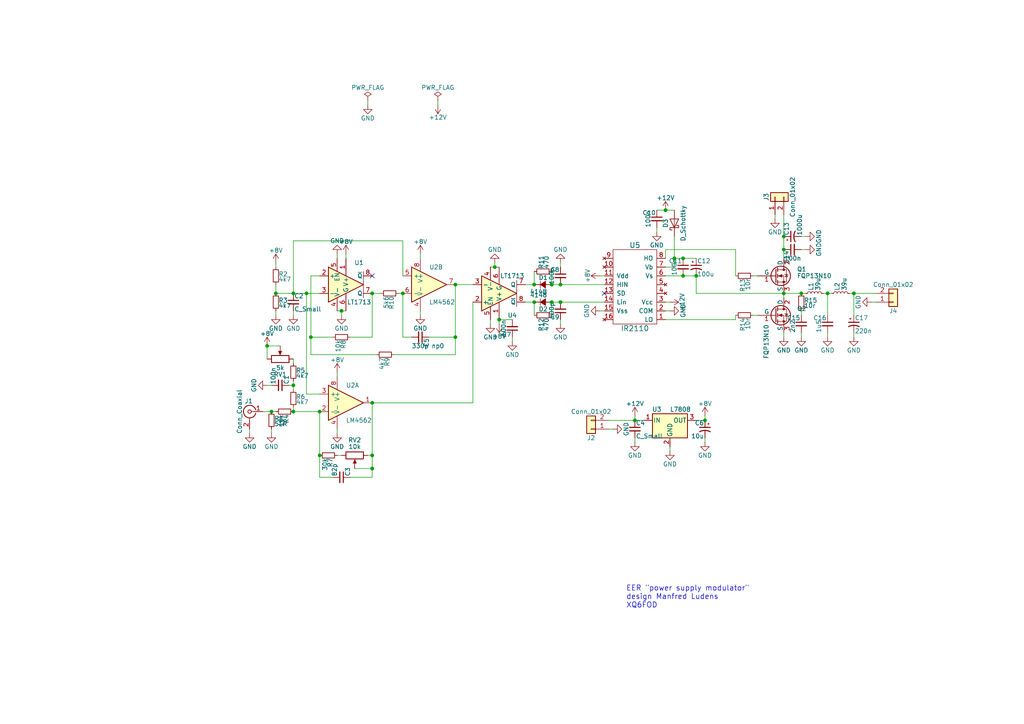
<source format=kicad_sch>
(kicad_sch (version 20230121) (generator eeschema)
  (paper "A4")
  (lib_symbols
    (symbol "EER-rescue:+12V" (power) (pin_names (offset 0))
      (property "Value" "+12V" (at 0 3.556 0))
      (symbol "+12V_0_1"
        (polyline (pts (xy -0.762 1.27) (xy 0 2.54)))
        (polyline (pts (xy 0 0) (xy 0 2.54)))
        (polyline (pts (xy 0 2.54) (xy 0.762 1.27)))
      )
      (symbol "+12V_1_1"
        (pin power_in line (at 0 0 90) (length 0) hide (name "+12V") (number "1"))
      )
    )
    (symbol "EER-rescue:+8V" (power) (pin_names (offset 0))
      (property "Value" "+8V" (at 0 3.556 0))
      (symbol "+8V_0_1"
        (polyline (pts (xy -0.762 1.27) (xy 0 2.54)))
        (polyline (pts (xy 0 0) (xy 0 2.54)))
        (polyline (pts (xy 0 2.54) (xy 0.762 1.27)))
      )
      (symbol "+8V_1_1"
        (pin power_in line (at 0 0 90) (length 0) hide (name "+8V") (number "1"))
      )
    )
    (symbol "EER-rescue:CP1_Small" (pin_numbers hide) (pin_names (offset 0.254) hide)
      (property "Reference" "C" (at 0.254 1.778 0))
      (property "Value" "CP1_Small" (at 0.254 -2.032 0))
      (symbol "CP1_Small_0_1"
        (polyline (pts (xy -1.524 0.508) (xy 1.524 0.508)) (stroke (width 0.3048)))
        (polyline (pts (xy -1.27 1.524) (xy -0.762 1.524)))
        (polyline (pts (xy -1.016 1.27) (xy -1.016 1.778)))
        (arc (start 1.524 -0.762) (mid 0 -0.3734) (end -1.524 -0.762) (stroke (width 0.3048)))
      )
      (symbol "CP1_Small_1_1"
        (pin passive line (at 0 2.54 270) (length 2.032) (name "~") (number "1"))
        (pin passive line (at 0 -2.54 90) (length 2.032) (name "~") (number "2"))
      )
    )
    (symbol "EER-rescue:C_Small" (pin_numbers hide) (pin_names (offset 0.254) hide)
      (property "Reference" "C" (at 0.254 1.778 0))
      (property "Value" "C_Small" (at 0.254 -2.032 0))
      (symbol "C_Small_0_1"
        (polyline (pts (xy -1.524 -0.508) (xy 1.524 -0.508)) (stroke (width 0.3302)))
        (polyline (pts (xy -1.524 0.508) (xy 1.524 0.508)) (stroke (width 0.3048)))
      )
      (symbol "C_Small_1_1"
        (pin passive line (at 0 2.54 270) (length 2.032) (name "~") (number "1"))
        (pin passive line (at 0 -2.54 90) (length 2.032) (name "~") (number "2"))
      )
    )
    (symbol "EER-rescue:Conn_01x02" (pin_names (offset 1.016) hide)
      (property "Reference" "J" (at 0 2.54 0))
      (property "Value" "Conn_01x02" (at 0 -5.08 0))
      (symbol "Conn_01x02_1_1"
        (rectangle (start -1.27 -2.413) (end 0 -2.667) (stroke (width 0.1524)))
        (rectangle (start -1.27 0.127) (end 0 -0.127) (stroke (width 0.1524)))
        (rectangle (start -1.27 1.27) (end 1.27 -3.81) (stroke (width 0.254)) (fill (type background)))
        (pin passive line (at -5.08 0 0) (length 3.81) (name "Pin_1") (number "1"))
        (pin passive line (at -5.08 -2.54 0) (length 3.81) (name "Pin_2") (number "2"))
      )
    )
    (symbol "EER-rescue:Conn_Coaxial" (pin_names (offset 1.016) hide)
      (property "Reference" "J" (at 0.254 3.048 0))
      (property "Value" "Conn_Coaxial" (at 2.921 0 90))
      (symbol "Conn_Coaxial_0_1"
        (arc (start -1.778 -0.508) (mid 0.2311 -1.8066) (end 1.778 0) (stroke (width 0.254)))
        (polyline (pts (xy -1.27 0) (xy -0.508 0)))
        (polyline (pts (xy 0 -2.54) (xy 0 -1.778)))
        (circle (center 0 0) (radius 0.508) (stroke (width 0.2032)))
        (arc (start 1.778 0) (mid 0.2099 1.8101) (end -1.778 0.508) (stroke (width 0.254)))
      )
      (symbol "Conn_Coaxial_1_1"
        (pin passive line (at -3.81 0 0) (length 2.54) (name "In") (number "1"))
        (pin passive line (at 0 -5.08 90) (length 2.54) (name "Ext") (number "2"))
      )
    )
    (symbol "EER-rescue:D_Schottky" (pin_numbers hide) (pin_names (offset 1.016) hide)
      (property "Reference" "D" (at 0 2.54 0))
      (property "Value" "D_Schottky" (at 0 -2.54 0))
      (symbol "D_Schottky_0_1"
        (polyline (pts (xy 1.27 0) (xy -1.27 0)))
        (polyline (pts (xy 1.27 1.27) (xy 1.27 -1.27) (xy -1.27 0) (xy 1.27 1.27)) (stroke (width 0.2032)))
        (polyline (pts (xy -1.905 0.635) (xy -1.905 1.27) (xy -1.27 1.27) (xy -1.27 -1.27) (xy -0.635 -1.27) (xy -0.635 -0.635)) (stroke (width 0.2032)))
      )
      (symbol "D_Schottky_1_1"
        (pin passive line (at -3.81 0 0) (length 2.54) (name "K") (number "1"))
        (pin passive line (at 3.81 0 180) (length 2.54) (name "A") (number "2"))
      )
    )
    (symbol "EER-rescue:D_Small_ALT" (pin_numbers hide) (pin_names (offset 0.254) hide)
      (property "Reference" "D" (at -1.27 2.032 0))
      (property "Value" "D_Small_ALT" (at -3.81 -2.032 0))
      (symbol "D_Small_ALT_0_1"
        (polyline (pts (xy -0.762 -1.016) (xy -0.762 1.016)))
        (polyline (pts (xy -0.762 0) (xy 0.762 0)))
        (polyline (pts (xy 0.762 -1.016) (xy -0.762 0) (xy 0.762 1.016) (xy 0.762 -1.016)) (fill (type outline)))
      )
      (symbol "D_Small_ALT_1_1"
        (pin passive line (at -2.54 0 0) (length 1.778) (name "K") (number "1"))
        (pin passive line (at 2.54 0 180) (length 1.778) (name "A") (number "2"))
      )
    )
    (symbol "EER-rescue:GND" (power) (pin_names (offset 0))
      (property "Value" "GND" (at 0 -3.81 0))
      (symbol "GND_0_1"
        (polyline (pts (xy 0 0) (xy 0 -1.27) (xy 1.27 -1.27) (xy 0 -2.54) (xy -1.27 -1.27) (xy 0 -1.27)))
      )
      (symbol "GND_1_1"
        (pin power_in line (at 0 0 270) (length 0) hide (name "GND") (number "1"))
      )
    )
    (symbol "EER-rescue:IR2110" (pin_names (offset 1.016))
      (property "Reference" "U" (at 0 -13.97 0))
      (property "Value" "IR2110" (at 0 10.16 0))
      (symbol "IR2110_0_1"
        (rectangle (start -6.35 8.89) (end 6.35 -12.7))
      )
      (symbol "IR2110_1_0"
        (pin output line (at -8.89 7.62 0) (length 2.54) (name "LO") (number "1"))
        (pin no_connect line (at 8.89 -7.62 180) (length 2.54) (name "~") (number "10"))
        (pin input line (at 8.89 -5.08 180) (length 2.54) (name "Vdd") (number "11"))
        (pin input line (at 8.89 -2.54 180) (length 2.54) (name "HIN") (number "12"))
        (pin input line (at 8.89 0 180) (length 2.54) (name "SD") (number "13"))
        (pin input line (at 8.89 2.54 180) (length 2.54) (name "Lin") (number "14"))
        (pin power_in line (at 8.89 5.08 180) (length 2.54) (name "Vss") (number "15"))
        (pin no_connect line (at 8.89 7.62 180) (length 2.54) (name "~") (number "16"))
        (pin power_in line (at -8.89 5.08 0) (length 2.54) (name "COM") (number "2"))
        (pin power_in line (at -8.89 2.54 0) (length 2.54) (name "Vcc") (number "3"))
        (pin no_connect line (at -8.89 0 0) (length 2.54) (name "~") (number "4"))
        (pin no_connect line (at -8.89 -2.54 0) (length 2.54) (name "~") (number "5"))
        (pin output line (at -8.89 -5.08 0) (length 2.54) (name "Vs") (number "6"))
        (pin output line (at -8.89 -7.62 0) (length 2.54) (name "Vb") (number "7"))
        (pin output line (at -8.89 -10.16 0) (length 2.54) (name "HO") (number "8"))
        (pin no_connect line (at 8.89 -10.16 180) (length 2.54) (name "~") (number "9"))
      )
    )
    (symbol "EER-rescue:IRF540N" (pin_names (offset 0))
      (property "Reference" "Q" (at 6.35 1.905 0))
      (property "Value" "IRF540N" (at 6.35 0 0))
      (symbol "IRF540N_0_1"
        (polyline (pts (xy 0.762 -1.778) (xy 2.54 -1.778)))
        (polyline (pts (xy 0.762 -1.27) (xy 0.762 -2.286)) (stroke (width 0.254)))
        (polyline (pts (xy 0.762 0) (xy 2.54 0)))
        (polyline (pts (xy 0.762 0.508) (xy 0.762 -0.508)) (stroke (width 0.254)))
        (polyline (pts (xy 0.762 1.778) (xy 2.54 1.778)))
        (polyline (pts (xy 0.762 2.286) (xy 0.762 1.27)) (stroke (width 0.254)))
        (polyline (pts (xy 2.54 -1.778) (xy 2.54 -2.54)))
        (polyline (pts (xy 2.54 -1.778) (xy 2.54 0)))
        (polyline (pts (xy 2.54 2.54) (xy 2.54 1.778)))
        (polyline (pts (xy 0.254 1.905) (xy 0.254 -1.905) (xy 0.254 -1.905)) (stroke (width 0.254)))
        (polyline (pts (xy 1.016 0) (xy 2.032 0.381) (xy 2.032 -0.381) (xy 1.016 0)) (fill (type outline)))
        (polyline (pts (xy 2.54 -1.778) (xy 3.302 -1.778) (xy 3.302 1.778) (xy 2.54 1.778)))
        (polyline (pts (xy 2.794 0.508) (xy 2.921 0.381) (xy 3.683 0.381) (xy 3.81 0.254)))
        (polyline (pts (xy 3.302 0.381) (xy 2.921 -0.254) (xy 3.683 -0.254) (xy 3.302 0.381)))
        (circle (center 1.651 0) (radius 2.8194) (stroke (width 0.254)))
        (circle (center 2.54 -1.778) (radius 0.2794) (fill (type outline)))
        (circle (center 2.54 1.778) (radius 0.2794) (fill (type outline)))
      )
      (symbol "IRF540N_1_1"
        (pin input line (at -5.08 0 0) (length 5.334) (name "G") (number "1"))
        (pin passive line (at 2.54 5.08 270) (length 2.54) (name "D") (number "2"))
        (pin passive line (at 2.54 -5.08 90) (length 2.54) (name "S") (number "3"))
      )
    )
    (symbol "EER-rescue:L7808" (pin_names (offset 0.254))
      (property "Reference" "U" (at -3.81 3.175 0))
      (property "Value" "L7808" (at 0 3.175 0))
      (symbol "L7808_0_1"
        (rectangle (start -5.08 1.905) (end 5.08 -5.08) (stroke (width 0.254)) (fill (type background)))
      )
      (symbol "L7808_1_1"
        (pin power_in line (at -7.62 0 0) (length 2.54) (name "IN") (number "1"))
        (pin power_in line (at 0 -7.62 90) (length 2.54) (name "GND") (number "2"))
        (pin power_out line (at 7.62 0 180) (length 2.54) (name "OUT") (number "3"))
      )
    )
    (symbol "EER-rescue:LM4562"
      (property "Reference" "U" (at 0 5.08 0))
      (property "Value" "LM4562" (at 0 -5.08 0))
      (symbol "LM4562_0_1"
        (polyline (pts (xy -5.08 5.08) (xy 5.08 0) (xy -5.08 -5.08) (xy -5.08 5.08)) (stroke (width 0.254)) (fill (type background)))
        (pin power_in line (at -2.54 -7.62 90) (length 3.81) (name "V-") (number "4"))
        (pin power_in line (at -2.54 7.62 270) (length 3.81) (name "V+") (number "8"))
      )
      (symbol "LM4562_1_1"
        (pin output line (at 7.62 0 180) (length 2.54) (name "~") (number "1"))
        (pin input line (at -7.62 -2.54 0) (length 2.54) (name "-") (number "2"))
        (pin input line (at -7.62 2.54 0) (length 2.54) (name "+") (number "3"))
      )
      (symbol "LM4562_2_1"
        (pin input line (at -7.62 2.54 0) (length 2.54) (name "+") (number "5"))
        (pin input line (at -7.62 -2.54 0) (length 2.54) (name "-") (number "6"))
        (pin output line (at 7.62 0 180) (length 2.54) (name "~") (number "7"))
      )
    )
    (symbol "EER-rescue:LT1713" (pin_names (offset 0.254))
      (property "Reference" "U" (at 3.81 6.35 0))
      (property "Value" "LT1713" (at 3.81 -5.08 0))
      (symbol "LT1713_0_1"
        (polyline (pts (xy 5.08 3.81) (xy 5.08 -3.81)))
        (polyline (pts (xy -5.08 5.08) (xy 5.08 0) (xy -5.08 -5.08) (xy -5.08 5.08)) (stroke (width 0.254)) (fill (type background)))
      )
      (symbol "LT1713_1_0"
        (pin input line (at -7.62 -2.54 0) (length 2.54) (name "-") (number "3"))
      )
      (symbol "LT1713_1_1"
        (pin power_in line (at 0 7.62 270) (length 5.08) (name "V+") (number "1"))
        (pin input line (at -7.62 2.54 0) (length 2.54) (name "+") (number "2"))
        (pin power_in line (at -2.54 -7.62 90) (length 3.81) (name "V-") (number "4"))
        (pin input line (at -2.54 7.62 270) (length 3.81) (name "EN") (number "5"))
        (pin power_in line (at 0 -7.62 90) (length 5.08) (name "G") (number "6"))
        (pin output line (at 7.62 -2.54 180) (length 2.54) (name "Q") (number "7"))
        (pin output line (at 7.62 2.54 180) (length 2.54) (name "~{Q}") (number "8"))
      )
    )
    (symbol "EER-rescue:L_Small" (pin_numbers hide) (pin_names (offset 0.254) hide)
      (property "Reference" "L" (at 0.762 1.016 0))
      (property "Value" "L_Small" (at 0.762 -1.016 0))
      (symbol "L_Small_0_1"
        (arc (start 0 -2.032) (mid 0.5058 -1.524) (end 0 -1.016))
        (arc (start 0 -1.016) (mid 0.5058 -0.508) (end 0 0))
        (arc (start 0 0) (mid 0.5058 0.508) (end 0 1.016))
        (arc (start 0 1.016) (mid 0.5058 1.524) (end 0 2.032))
      )
      (symbol "L_Small_1_1"
        (pin passive line (at 0 2.54 270) (length 0.508) (name "~") (number "1"))
        (pin passive line (at 0 -2.54 90) (length 0.508) (name "~") (number "2"))
      )
    )
    (symbol "EER-rescue:POT" (pin_numbers hide) (pin_names (offset 1.016) hide)
      (property "Reference" "RV" (at -4.445 0 90))
      (property "Value" "POT" (at -2.54 0 90))
      (symbol "POT_0_1"
        (polyline (pts (xy 2.54 0) (xy 1.524 0)))
        (polyline (pts (xy 1.143 0) (xy 2.286 0.508) (xy 2.286 -0.508)) (fill (type outline)))
        (rectangle (start 1.016 2.54) (end -1.016 -2.54) (stroke (width 0.254)))
      )
      (symbol "POT_1_1"
        (pin passive line (at 0 3.81 270) (length 1.27) (name "1") (number "1"))
        (pin passive line (at 3.81 0 180) (length 1.27) (name "2") (number "2"))
        (pin passive line (at 0 -3.81 90) (length 1.27) (name "3") (number "3"))
      )
    )
    (symbol "EER-rescue:PWR_FLAG" (power) (pin_numbers hide) (pin_names (offset 0) hide)
      (property "Value" "PWR_FLAG" (at 0 3.81 0))
      (symbol "PWR_FLAG_0_0"
        (pin power_out line (at 0 0 90) (length 0) (name "pwr") (number "1"))
      )
      (symbol "PWR_FLAG_0_1"
        (polyline (pts (xy 0 0) (xy 0 1.27) (xy -1.016 1.905) (xy 0 2.54) (xy 1.016 1.905) (xy 0 1.27)))
      )
    )
    (symbol "EER-rescue:R_Small" (pin_numbers hide) (pin_names (offset 0.254) hide)
      (property "Reference" "R" (at 0.762 0.508 0))
      (property "Value" "R_Small" (at 0.762 -1.016 0))
      (symbol "R_Small_0_1"
        (rectangle (start -0.762 1.778) (end 0.762 -1.778) (stroke (width 0.2032)))
      )
      (symbol "R_Small_1_1"
        (pin passive line (at 0 2.54 270) (length 0.762) (name "~") (number "1"))
        (pin passive line (at 0 -2.54 90) (length 0.762) (name "~") (number "2"))
      )
    )
  )
  (junction (at 88.9 85.09))
  (junction (at 92.71 119.38))
  (junction (at 144.78 92.71))
  (junction (at 162.56 82.55))
  (junction (at 132.08 82.55))
  (junction (at 107.95 135.89))
  (junction (at 198.12 74.93))
  (junction (at 80.01 85.09))
  (junction (at 160.02 87.63))
  (junction (at 107.95 132.08))
  (junction (at 184.15 121.92))
  (junction (at 198.12 80.01))
  (junction (at 201.93 80.01))
  (junction (at 132.08 97.79))
  (junction (at 227.33 85.09))
  (junction (at 227.33 72.39))
  (junction (at 90.17 97.79))
  (junction (at 162.56 87.63))
  (junction (at 154.94 82.55))
  (junction (at 143.51 77.47))
  (junction (at 78.74 119.38))
  (junction (at 116.84 85.09))
  (junction (at 85.09 111.76))
  (junction (at 92.71 132.08))
  (junction (at 85.09 85.09))
  (junction (at 85.09 119.38))
  (junction (at 107.95 116.84))
  (junction (at 77.47 100.33))
  (junction (at 160.02 82.55))
  (junction (at 154.94 87.63))
  (junction (at 99.06 90.17))
  (junction (at 232.41 85.09))
  (junction (at 193.04 60.96))
  (junction (at 204.47 121.92))
  (junction (at 227.33 68.58))
  (junction (at 247.65 85.09))
  (junction (at 240.03 85.09))
  (junction (at 195.58 74.93))
  (junction (at 107.95 85.09))
  (no_connect (at 107.95 80.01))
  (no_connect (at 175.26 85.09))
  (wire (pts (xy 102.87 135.89) (xy 107.95 135.89)))
  (wire (pts (xy 227.33 96.52) (xy 227.33 97.79)))
  (wire (pts (xy 154.94 87.63) (xy 152.4 87.63)))
  (wire (pts (xy 162.56 82.55) (xy 175.26 82.55)))
  (wire (pts (xy 85.09 118.11) (xy 85.09 119.38)))
  (wire (pts (xy 190.5 60.96) (xy 193.04 60.96)))
  (wire (pts (xy 88.9 114.3) (xy 92.71 114.3)))
  (wire (pts (xy 195.58 74.93) (xy 195.58 77.47)))
  (wire (pts (xy 132.08 97.79) (xy 124.46 97.79)))
  (wire (pts (xy 240.03 85.09) (xy 240.03 91.44)))
  (wire (pts (xy 132.08 82.55) (xy 132.08 97.79)))
  (wire (pts (xy 201.93 121.92) (xy 204.47 121.92)))
  (wire (pts (xy 88.9 85.09) (xy 88.9 114.3)))
  (wire (pts (xy 176.53 121.92) (xy 184.15 121.92)))
  (wire (pts (xy 143.51 76.2) (xy 143.51 77.47)))
  (wire (pts (xy 77.47 100.33) (xy 77.47 104.14)))
  (wire (pts (xy 127 29.21) (xy 127 30.48)))
  (wire (pts (xy 184.15 121.92) (xy 184.15 120.65)))
  (wire (pts (xy 194.31 87.63) (xy 193.04 87.63)))
  (wire (pts (xy 190.5 66.04) (xy 190.5 67.31)))
  (wire (pts (xy 119.38 97.79) (xy 116.84 97.79)))
  (wire (pts (xy 232.41 68.58) (xy 233.68 68.58)))
  (wire (pts (xy 218.44 91.44) (xy 219.71 91.44)))
  (wire (pts (xy 92.71 132.08) (xy 92.71 138.43)))
  (wire (pts (xy 80.01 85.09) (xy 85.09 85.09)))
  (wire (pts (xy 144.78 92.71) (xy 144.78 93.98)))
  (wire (pts (xy 132.08 97.79) (xy 132.08 102.87)))
  (wire (pts (xy 80.01 85.09) (xy 80.01 82.55)))
  (wire (pts (xy 106.68 29.21) (xy 106.68 30.48)))
  (wire (pts (xy 85.09 119.38) (xy 92.71 119.38)))
  (wire (pts (xy 247.65 96.52) (xy 247.65 97.79)))
  (wire (pts (xy 246.38 85.09) (xy 247.65 85.09)))
  (wire (pts (xy 85.09 105.41) (xy 85.09 104.14)))
  (wire (pts (xy 137.16 116.84) (xy 107.95 116.84)))
  (wire (pts (xy 232.41 72.39) (xy 233.68 72.39)))
  (wire (pts (xy 97.79 107.95) (xy 97.79 109.22)))
  (wire (pts (xy 97.79 124.46) (xy 97.79 125.73)))
  (wire (pts (xy 227.33 62.23) (xy 227.33 68.58)))
  (wire (pts (xy 232.41 96.52) (xy 232.41 97.79)))
  (wire (pts (xy 99.06 132.08) (xy 97.79 132.08)))
  (wire (pts (xy 240.03 96.52) (xy 240.03 97.79)))
  (wire (pts (xy 184.15 121.92) (xy 186.69 121.92)))
  (wire (pts (xy 254 87.63) (xy 252.73 87.63)))
  (wire (pts (xy 227.33 85.09) (xy 232.41 85.09)))
  (wire (pts (xy 232.41 85.09) (xy 233.68 85.09)))
  (wire (pts (xy 116.84 97.79) (xy 116.84 85.09)))
  (wire (pts (xy 76.2 119.38) (xy 78.74 119.38)))
  (wire (pts (xy 92.71 138.43) (xy 96.52 138.43)))
  (wire (pts (xy 224.79 62.23) (xy 224.79 63.5)))
  (wire (pts (xy 204.47 127) (xy 204.47 128.27)))
  (wire (pts (xy 193.04 74.93) (xy 193.04 72.39)))
  (wire (pts (xy 247.65 85.09) (xy 254 85.09)))
  (wire (pts (xy 160.02 87.63) (xy 162.56 87.63)))
  (wire (pts (xy 107.95 85.09) (xy 110.49 85.09)))
  (wire (pts (xy 154.94 82.55) (xy 152.4 82.55)))
  (wire (pts (xy 78.74 119.38) (xy 80.01 119.38)))
  (wire (pts (xy 97.79 73.66) (xy 97.79 74.93)))
  (wire (pts (xy 162.56 87.63) (xy 175.26 87.63)))
  (wire (pts (xy 81.28 100.33) (xy 77.47 100.33)))
  (wire (pts (xy 238.76 85.09) (xy 240.03 85.09)))
  (wire (pts (xy 92.71 80.01) (xy 90.17 80.01)))
  (wire (pts (xy 85.09 85.09) (xy 88.9 85.09)))
  (wire (pts (xy 72.39 124.46) (xy 72.39 125.73)))
  (wire (pts (xy 80.01 77.47) (xy 80.01 76.2)))
  (wire (pts (xy 160.02 78.74) (xy 160.02 82.55)))
  (wire (pts (xy 107.95 135.89) (xy 107.95 138.43)))
  (wire (pts (xy 195.58 77.47) (xy 193.04 77.47)))
  (wire (pts (xy 154.94 78.74) (xy 154.94 82.55)))
  (wire (pts (xy 90.17 97.79) (xy 96.52 97.79)))
  (wire (pts (xy 78.74 124.46) (xy 78.74 125.73)))
  (wire (pts (xy 137.16 82.55) (xy 132.08 82.55)))
  (wire (pts (xy 88.9 85.09) (xy 92.71 85.09)))
  (wire (pts (xy 116.84 80.01) (xy 116.84 69.85)))
  (wire (pts (xy 184.15 127) (xy 184.15 128.27)))
  (wire (pts (xy 193.04 72.39) (xy 213.36 72.39)))
  (wire (pts (xy 204.47 121.92) (xy 204.47 120.65)))
  (wire (pts (xy 162.56 77.47) (xy 162.56 76.2)))
  (wire (pts (xy 137.16 87.63) (xy 137.16 116.84)))
  (wire (pts (xy 198.12 80.01) (xy 201.93 80.01)))
  (wire (pts (xy 116.84 69.85) (xy 85.09 69.85)))
  (wire (pts (xy 227.33 85.09) (xy 227.33 86.36)))
  (wire (pts (xy 116.84 85.09) (xy 115.57 85.09)))
  (wire (pts (xy 227.33 72.39) (xy 227.33 74.93)))
  (wire (pts (xy 85.09 113.03) (xy 85.09 111.76)))
  (wire (pts (xy 99.06 90.17) (xy 100.33 90.17)))
  (wire (pts (xy 80.01 90.17) (xy 80.01 91.44)))
  (wire (pts (xy 85.09 69.85) (xy 85.09 85.09)))
  (wire (pts (xy 144.78 77.47) (xy 143.51 77.47)))
  (wire (pts (xy 92.71 119.38) (xy 92.71 132.08)))
  (wire (pts (xy 232.41 90.17) (xy 232.41 91.44)))
  (wire (pts (xy 218.44 80.01) (xy 219.71 80.01)))
  (wire (pts (xy 201.93 80.01) (xy 201.93 85.09)))
  (wire (pts (xy 176.53 124.46) (xy 177.8 124.46)))
  (wire (pts (xy 121.92 90.17) (xy 121.92 91.44)))
  (wire (pts (xy 193.04 60.96) (xy 195.58 60.96)))
  (wire (pts (xy 78.74 111.76) (xy 77.47 111.76)))
  (wire (pts (xy 193.04 90.17) (xy 194.31 90.17)))
  (wire (pts (xy 194.31 129.54) (xy 194.31 130.81)))
  (wire (pts (xy 132.08 102.87) (xy 114.3 102.87)))
  (wire (pts (xy 213.36 72.39) (xy 213.36 80.01)))
  (wire (pts (xy 175.26 80.01) (xy 173.99 80.01)))
  (wire (pts (xy 160.02 82.55) (xy 162.56 82.55)))
  (wire (pts (xy 90.17 80.01) (xy 90.17 97.79)))
  (wire (pts (xy 227.33 68.58) (xy 227.33 72.39)))
  (wire (pts (xy 247.65 85.09) (xy 247.65 91.44)))
  (wire (pts (xy 97.79 90.17) (xy 99.06 90.17)))
  (wire (pts (xy 162.56 92.71) (xy 162.56 93.98)))
  (wire (pts (xy 107.95 116.84) (xy 107.95 132.08)))
  (wire (pts (xy 198.12 74.93) (xy 201.93 74.93)))
  (wire (pts (xy 107.95 138.43) (xy 101.6 138.43)))
  (wire (pts (xy 240.03 85.09) (xy 241.3 85.09)))
  (wire (pts (xy 213.36 92.71) (xy 193.04 92.71)))
  (wire (pts (xy 148.59 97.79) (xy 148.59 99.06)))
  (wire (pts (xy 160.02 91.44) (xy 160.02 87.63)))
  (wire (pts (xy 154.94 91.44) (xy 154.94 87.63)))
  (wire (pts (xy 201.93 85.09) (xy 227.33 85.09)))
  (wire (pts (xy 173.99 90.17) (xy 175.26 90.17)))
  (wire (pts (xy 142.24 92.71) (xy 142.24 93.98)))
  (wire (pts (xy 100.33 73.66) (xy 100.33 74.93)))
  (wire (pts (xy 144.78 92.71) (xy 148.59 92.71)))
  (wire (pts (xy 107.95 85.09) (xy 107.95 97.79)))
  (wire (pts (xy 143.51 77.47) (xy 142.24 77.47)))
  (wire (pts (xy 121.92 73.66) (xy 121.92 74.93)))
  (wire (pts (xy 90.17 97.79) (xy 90.17 102.87)))
  (wire (pts (xy 83.82 111.76) (xy 85.09 111.76)))
  (wire (pts (xy 85.09 90.17) (xy 85.09 91.44)))
  (wire (pts (xy 213.36 91.44) (xy 213.36 92.71)))
  (wire (pts (xy 107.95 132.08) (xy 107.95 135.89)))
  (wire (pts (xy 195.58 74.93) (xy 198.12 74.93)))
  (wire (pts (xy 85.09 111.76) (xy 85.09 110.49)))
  (wire (pts (xy 99.06 91.44) (xy 99.06 90.17)))
  (wire (pts (xy 193.04 80.01) (xy 198.12 80.01)))
  (wire (pts (xy 107.95 97.79) (xy 101.6 97.79)))
  (wire (pts (xy 90.17 102.87) (xy 109.22 102.87)))
  (wire (pts (xy 195.58 68.58) (xy 195.58 74.93)))
  (wire (pts (xy 106.68 132.08) (xy 107.95 132.08)))
  (text "EER \"power supply modulator\"\ndesign Manfred Ludens\nXQ6FOD\n" (at 181.61 176.53 0) (effects (font (size 1.524 1.524)) (justify left bottom)))
  (symbol (lib_id "EER-rescue:L7808") (at 194.31 121.92 0) (unit 1)
    (property "Reference" "U3" (at 190.5 118.745 0))
    (property "Value" "L7808" (at 194.31 118.745 0) (effects (justify left)))
  )
  (symbol (lib_id "EER-rescue:Conn_Coaxial") (at 72.39 119.38 0) (mirror y) (unit 1)
    (property "Reference" "J1" (at 72.136 116.332 0))
    (property "Value" "Conn_Coaxial" (at 69.469 119.38 90))
  )
  (symbol (lib_id "EER-rescue:LM4562") (at 124.46 82.55 0) (unit 2)
    (property "Reference" "U2" (at 124.46 77.47 0) (effects (justify left)))
    (property "Value" "LM4562" (at 124.46 87.63 0) (effects (justify left)))
  )
  (symbol (lib_id "EER-rescue:IRF540N") (at 224.79 91.44 0) (unit 1)
    (property "Reference" "Q2" (at 231.14 89.535 0) (effects (justify left)))
    (property "Value" "FQP13N10" (at 222.25 104.14 90) (effects (justify left)))
    (property "Footprint" "TO_SOT_Packages_THT:TO-220_Vertical" (effects hide))
  )
  (symbol (lib_id "EER-rescue:LM4562") (at 100.33 116.84 0) (unit 1)
    (property "Reference" "U2" (at 100.33 111.76 0) (effects (justify left)))
    (property "Value" "LM4562" (at 100.33 121.92 0) (effects (justify left)))
  )
  (symbol (lib_id "EER-rescue:LT1713") (at 100.33 82.55 0) (unit 1)
    (property "Reference" "U1" (at 104.14 76.2 0))
    (property "Value" "LT1713" (at 104.14 87.63 0))
  )
  (symbol (lib_id "EER-rescue:LT1713") (at 144.78 85.09 0) (mirror x) (unit 1)
    (property "Reference" "U4" (at 148.59 91.44 0))
    (property "Value" "LT1713" (at 148.59 80.01 0))
  )
  (symbol (lib_id "EER-rescue:IR2110") (at 184.15 85.09 180) (unit 1)
    (property "Reference" "U5" (at 184.15 71.12 0) (effects (font (size 1.524 1.524))))
    (property "Value" "IR2110" (at 184.15 95.25 0) (effects (font (size 1.524 1.524))))
  )
  (symbol (lib_id "EER-rescue:C_Small") (at 184.15 124.46 0) (unit 1)
    (property "Reference" "C4" (at 184.404 122.682 0) (effects (justify left)))
    (property "Value" "C_Small" (at 184.404 126.492 0) (effects (justify left)))
  )
  (symbol (lib_id "EER-rescue:R_Small") (at 80.01 80.01 0) (unit 1)
    (property "Reference" "R2" (at 80.772 79.502 0) (effects (justify left)))
    (property "Value" "4k7" (at 80.772 81.026 0) (effects (justify left)))
  )
  (symbol (lib_id "EER-rescue:R_Small") (at 80.01 87.63 0) (unit 1)
    (property "Reference" "R3" (at 80.772 87.122 0) (effects (justify left)))
    (property "Value" "4k7" (at 80.772 88.646 0) (effects (justify left)))
  )
  (symbol (lib_id "EER-rescue:C_Small") (at 85.09 87.63 0) (unit 1)
    (property "Reference" "C2" (at 85.344 85.852 0) (effects (justify left)))
    (property "Value" "C_Small" (at 85.344 89.662 0) (effects (justify left)))
  )
  (symbol (lib_id "EER-rescue:R_Small") (at 99.06 97.79 270) (unit 1)
    (property "Reference" "R8" (at 99.568 98.552 0) (effects (justify left)))
    (property "Value" "10k" (at 98.044 98.552 0) (effects (justify left)))
  )
  (symbol (lib_id "EER-rescue:R_Small") (at 113.03 85.09 270) (unit 1)
    (property "Reference" "R10" (at 113.538 85.852 0) (effects (justify left)))
    (property "Value" "5k6" (at 112.014 85.852 0) (effects (justify left)))
  )
  (symbol (lib_id "EER-rescue:GND") (at 106.68 30.48 0) (unit 1)
    (property "Reference" "#PWR01" (effects hide))
    (property "Value" "GND" (at 106.68 34.29 0))
  )
  (symbol (lib_id "EER-rescue:PWR_FLAG") (at 106.68 29.21 0) (unit 1)
    (property "Reference" "#FLG03" (effects hide))
    (property "Value" "PWR_FLAG" (at 106.68 25.4 0))
  )
  (symbol (lib_id "EER-rescue:GND") (at 80.01 91.44 0) (unit 1)
    (property "Reference" "#PWR04" (effects hide))
    (property "Value" "GND" (at 80.01 95.25 0))
  )
  (symbol (lib_id "EER-rescue:GND") (at 85.09 91.44 0) (unit 1)
    (property "Reference" "#PWR05" (effects hide))
    (property "Value" "GND" (at 85.09 95.25 0))
  )
  (symbol (lib_id "EER-rescue:+8V") (at 80.01 76.2 0) (unit 1)
    (property "Reference" "#PWR06" (effects hide))
    (property "Value" "+8V" (at 80.01 72.644 0))
  )
  (symbol (lib_id "EER-rescue:+8V") (at 100.33 73.66 0) (unit 1)
    (property "Reference" "#PWR07" (effects hide))
    (property "Value" "+8V" (at 100.33 70.104 0))
  )
  (symbol (lib_id "EER-rescue:GND") (at 99.06 91.44 0) (unit 1)
    (property "Reference" "#PWR08" (effects hide))
    (property "Value" "GND" (at 99.06 95.25 0))
  )
  (symbol (lib_id "EER-rescue:GND") (at 97.79 73.66 180) (unit 1)
    (property "Reference" "#PWR09" (effects hide))
    (property "Value" "GND" (at 97.79 69.85 0))
  )
  (symbol (lib_id "EER-rescue:+8V") (at 121.92 73.66 0) (unit 1)
    (property "Reference" "#PWR010" (effects hide))
    (property "Value" "+8V" (at 121.92 70.104 0))
  )
  (symbol (lib_id "EER-rescue:C_Small") (at 121.92 97.79 270) (unit 1)
    (property "Reference" "C5" (at 123.698 98.044 0) (effects (justify left)))
    (property "Value" "330p np0" (at 119.38 100.33 90) (effects (justify left)))
  )
  (symbol (lib_id "EER-rescue:GND") (at 121.92 91.44 0) (unit 1)
    (property "Reference" "#PWR011" (effects hide))
    (property "Value" "GND" (at 121.92 95.25 0))
  )
  (symbol (lib_id "EER-rescue:R_Small") (at 111.76 102.87 270) (unit 1)
    (property "Reference" "R9" (at 112.268 103.632 0) (effects (justify left)))
    (property "Value" "4k7" (at 110.744 103.632 0) (effects (justify left)))
  )
  (symbol (lib_id "EER-rescue:R_Small") (at 85.09 107.95 0) (unit 1)
    (property "Reference" "R5" (at 85.852 107.442 0) (effects (justify left)))
    (property "Value" "4k7" (at 85.852 108.966 0) (effects (justify left)))
  )
  (symbol (lib_id "EER-rescue:R_Small") (at 85.09 115.57 0) (unit 1)
    (property "Reference" "R6" (at 85.852 115.062 0) (effects (justify left)))
    (property "Value" "4k7" (at 85.852 116.586 0) (effects (justify left)))
  )
  (symbol (lib_id "EER-rescue:C_Small") (at 81.28 111.76 270) (mirror x) (unit 1)
    (property "Reference" "C1" (at 83.058 111.506 0) (effects (justify left)))
    (property "Value" "100n" (at 79.248 111.506 0) (effects (justify left)))
  )
  (symbol (lib_id "EER-rescue:GND") (at 72.39 125.73 0) (unit 1)
    (property "Reference" "#PWR012" (effects hide))
    (property "Value" "GND" (at 72.39 129.54 0))
  )
  (symbol (lib_id "EER-rescue:GND") (at 77.47 111.76 270) (mirror x) (unit 1)
    (property "Reference" "#PWR013" (effects hide))
    (property "Value" "GND" (at 73.66 111.76 0))
  )
  (symbol (lib_id "EER-rescue:+8V") (at 77.47 100.33 0) (unit 1)
    (property "Reference" "#PWR014" (effects hide))
    (property "Value" "+8V" (at 77.47 96.774 0))
  )
  (symbol (lib_id "EER-rescue:R_Small") (at 78.74 121.92 0) (unit 1)
    (property "Reference" "R1" (at 79.502 121.412 0) (effects (justify left)))
    (property "Value" "51R" (at 79.502 122.936 0) (effects (justify left)))
  )
  (symbol (lib_id "EER-rescue:R_Small") (at 82.55 119.38 270) (unit 1)
    (property "Reference" "R4" (at 83.058 120.142 0) (effects (justify left)))
    (property "Value" "10k" (at 81.534 120.142 0) (effects (justify left)))
  )
  (symbol (lib_id "EER-rescue:GND") (at 78.74 125.73 0) (unit 1)
    (property "Reference" "#PWR015" (effects hide))
    (property "Value" "GND" (at 78.74 129.54 0))
  )
  (symbol (lib_id "EER-rescue:POT") (at 81.28 104.14 90) (unit 1)
    (property "Reference" "RV1" (at 81.28 108.585 90))
    (property "Value" "5k" (at 81.28 106.68 90))
  )
  (symbol (lib_id "EER-rescue:POT") (at 102.87 132.08 270) (unit 1)
    (property "Reference" "RV2" (at 102.87 127.635 90))
    (property "Value" "10k" (at 102.87 129.54 90))
  )
  (symbol (lib_id "EER-rescue:R_Small") (at 95.25 132.08 270) (unit 1)
    (property "Reference" "R7" (at 95.758 132.842 0) (effects (justify left)))
    (property "Value" "30k" (at 94.234 132.842 0) (effects (justify left)))
  )
  (symbol (lib_id "EER-rescue:C_Small") (at 99.06 138.43 270) (mirror x) (unit 1)
    (property "Reference" "C3" (at 100.838 138.176 0) (effects (justify left)))
    (property "Value" "82p" (at 97.028 138.176 0) (effects (justify left)))
  )
  (symbol (lib_id "EER-rescue:GND") (at 97.79 125.73 0) (unit 1)
    (property "Reference" "#PWR016" (effects hide))
    (property "Value" "GND" (at 97.79 129.54 0))
  )
  (symbol (lib_id "EER-rescue:+8V") (at 97.79 107.95 0) (unit 1)
    (property "Reference" "#PWR017" (effects hide))
    (property "Value" "+8V" (at 97.79 104.394 0))
  )
  (symbol (lib_id "EER-rescue:GND") (at 143.51 76.2 180) (unit 1)
    (property "Reference" "#PWR018" (effects hide))
    (property "Value" "GND" (at 143.51 72.39 0))
  )
  (symbol (lib_id "EER-rescue:GND") (at 142.24 93.98 0) (unit 1)
    (property "Reference" "#PWR019" (effects hide))
    (property "Value" "GND" (at 142.24 97.79 0))
  )
  (symbol (lib_id "EER-rescue:+8V") (at 144.78 93.98 180) (unit 1)
    (property "Reference" "#PWR020" (effects hide))
    (property "Value" "+8V" (at 144.78 97.536 0))
  )
  (symbol (lib_id "EER-rescue:C_Small") (at 148.59 95.25 180) (unit 1)
    (property "Reference" "C7" (at 148.336 97.028 0) (effects (justify left)))
    (property "Value" "100n" (at 146.05 92.71 90) (effects (justify left)))
  )
  (symbol (lib_id "EER-rescue:GND") (at 148.59 99.06 0) (unit 1)
    (property "Reference" "#PWR021" (effects hide))
    (property "Value" "GND" (at 148.59 102.87 0))
  )
  (symbol (lib_id "EER-rescue:D_Small_ALT") (at 157.48 82.55 0) (unit 1)
    (property "Reference" "D1" (at 156.21 80.518 0) (effects (justify left)))
    (property "Value" "4148" (at 153.67 84.582 0) (effects (justify left)))
  )
  (symbol (lib_id "EER-rescue:R_Small") (at 157.48 78.74 90) (unit 1)
    (property "Reference" "R11" (at 156.972 77.978 0) (effects (justify left)))
    (property "Value" "470" (at 158.496 77.978 0) (effects (justify left)))
  )
  (symbol (lib_id "EER-rescue:D_Small_ALT") (at 157.48 87.63 0) (mirror x) (unit 1)
    (property "Reference" "D2" (at 156.21 89.662 0) (effects (justify left)))
    (property "Value" "4148" (at 153.67 85.598 0) (effects (justify left)))
  )
  (symbol (lib_id "EER-rescue:R_Small") (at 157.48 91.44 90) (mirror x) (unit 1)
    (property "Reference" "R12" (at 156.972 92.202 0) (effects (justify left)))
    (property "Value" "470" (at 158.496 92.202 0) (effects (justify left)))
  )
  (symbol (lib_id "EER-rescue:C_Small") (at 162.56 90.17 180) (unit 1)
    (property "Reference" "C9" (at 162.306 91.948 0) (effects (justify left)))
    (property "Value" "100p" (at 160.02 87.63 90) (effects (justify left)))
  )
  (symbol (lib_id "EER-rescue:GND") (at 162.56 93.98 0) (unit 1)
    (property "Reference" "#PWR022" (effects hide))
    (property "Value" "GND" (at 162.56 97.79 0))
  )
  (symbol (lib_id "EER-rescue:C_Small") (at 162.56 80.01 0) (mirror y) (unit 1)
    (property "Reference" "C8" (at 162.306 78.232 0) (effects (justify left)))
    (property "Value" "100p" (at 160.02 82.55 90) (effects (justify left)))
  )
  (symbol (lib_id "EER-rescue:GND") (at 162.56 76.2 0) (mirror x) (unit 1)
    (property "Reference" "#PWR023" (effects hide))
    (property "Value" "GND" (at 162.56 72.39 0))
  )
  (symbol (lib_id "EER-rescue:+8V") (at 173.99 80.01 90) (unit 1)
    (property "Reference" "#PWR024" (effects hide))
    (property "Value" "+8V" (at 170.434 80.01 0))
  )
  (symbol (lib_id "EER-rescue:GND") (at 173.99 90.17 270) (unit 1)
    (property "Reference" "#PWR025" (effects hide))
    (property "Value" "GND" (at 170.18 90.17 0))
  )
  (symbol (lib_id "EER-rescue:+12V") (at 127 30.48 180) (unit 1)
    (property "Reference" "#PWR026" (effects hide))
    (property "Value" "+12V" (at 127 34.036 0))
  )
  (symbol (lib_id "EER-rescue:+12V") (at 193.04 60.96 0) (unit 1)
    (property "Reference" "#PWR027" (effects hide))
    (property "Value" "+12V" (at 193.04 57.404 0))
  )
  (symbol (lib_id "EER-rescue:D_Schottky") (at 195.58 64.77 90) (unit 1)
    (property "Reference" "D3" (at 193.04 64.77 0))
    (property "Value" "D_Schottky" (at 198.12 64.77 0))
  )
  (symbol (lib_id "EER-rescue:C_Small") (at 190.5 63.5 0) (mirror y) (unit 1)
    (property "Reference" "C10" (at 190.246 61.722 0) (effects (justify left)))
    (property "Value" "100n" (at 187.96 66.04 90) (effects (justify left)))
  )
  (symbol (lib_id "EER-rescue:GND") (at 190.5 67.31 0) (mirror y) (unit 1)
    (property "Reference" "#PWR028" (effects hide))
    (property "Value" "GND" (at 190.5 71.12 0))
  )
  (symbol (lib_id "EER-rescue:C_Small") (at 198.12 77.47 0) (mirror y) (unit 1)
    (property "Reference" "C11" (at 197.866 75.692 0) (effects (justify left)))
    (property "Value" "100n" (at 195.58 80.01 90) (effects (justify left)))
  )
  (symbol (lib_id "EER-rescue:CP1_Small") (at 201.93 77.47 0) (unit 1)
    (property "Reference" "C12" (at 202.184 75.692 0) (effects (justify left)))
    (property "Value" "100u" (at 202.184 79.502 0) (effects (justify left)))
  )
  (symbol (lib_id "EER-rescue:GND") (at 194.31 90.17 90) (unit 1)
    (property "Reference" "#PWR029" (effects hide))
    (property "Value" "GND" (at 198.12 90.17 0))
  )
  (symbol (lib_id "EER-rescue:+12V") (at 194.31 87.63 270) (unit 1)
    (property "Reference" "#PWR030" (effects hide))
    (property "Value" "+12V" (at 197.866 87.63 0))
  )
  (symbol (lib_id "EER-rescue:R_Small") (at 215.9 91.44 90) (mirror x) (unit 1)
    (property "Reference" "R14" (at 215.392 92.202 0) (effects (justify left)))
    (property "Value" "10r" (at 216.916 92.202 0) (effects (justify left)))
  )
  (symbol (lib_id "EER-rescue:IRF540N") (at 224.79 80.01 0) (unit 1)
    (property "Reference" "Q1" (at 231.14 78.105 0) (effects (justify left)))
    (property "Value" "FQP13N10" (at 231.14 80.01 0) (effects (justify left)))
    (property "Footprint" "TO_SOT_Packages_THT:TO-220_Vertical" (effects hide))
  )
  (symbol (lib_id "EER-rescue:R_Small") (at 215.9 80.01 90) (mirror x) (unit 1)
    (property "Reference" "R13" (at 215.392 80.772 0) (effects (justify left)))
    (property "Value" "10r" (at 216.916 80.772 0) (effects (justify left)))
  )
  (symbol (lib_id "EER-rescue:GND") (at 227.33 97.79 0) (unit 1)
    (property "Reference" "#PWR031" (effects hide))
    (property "Value" "GND" (at 227.33 101.6 0))
  )
  (symbol (lib_id "EER-rescue:C_Small") (at 229.87 72.39 90) (mirror x) (unit 1)
    (property "Reference" "C14" (at 228.092 72.644 0) (effects (justify left)))
    (property "Value" "100n" (at 232.41 74.93 90) (effects (justify left)))
  )
  (symbol (lib_id "EER-rescue:CP1_Small") (at 229.87 68.58 90) (unit 1)
    (property "Reference" "C13" (at 228.092 68.326 0) (effects (justify left)))
    (property "Value" "1000u" (at 231.902 68.326 0) (effects (justify left)))
  )
  (symbol (lib_id "EER-rescue:GND") (at 233.68 72.39 90) (unit 1)
    (property "Reference" "#PWR032" (effects hide))
    (property "Value" "GND" (at 237.49 72.39 0))
  )
  (symbol (lib_id "EER-rescue:GND") (at 233.68 68.58 90) (unit 1)
    (property "Reference" "#PWR033" (effects hide))
    (property "Value" "GND" (at 237.49 68.58 0))
  )
  (symbol (lib_id "EER-rescue:R_Small") (at 232.41 87.63 0) (unit 1)
    (property "Reference" "R15" (at 233.172 87.122 0) (effects (justify left)))
    (property "Value" "10r" (at 233.172 88.646 0) (effects (justify left)))
  )
  (symbol (lib_id "EER-rescue:C_Small") (at 232.41 93.98 0) (mirror y) (unit 1)
    (property "Reference" "C15" (at 232.156 92.202 0) (effects (justify left)))
    (property "Value" "2n2" (at 229.87 96.52 90) (effects (justify left)))
  )
  (symbol (lib_id "EER-rescue:GND") (at 232.41 97.79 0) (mirror y) (unit 1)
    (property "Reference" "#PWR034" (effects hide))
    (property "Value" "GND" (at 232.41 101.6 0))
  )
  (symbol (lib_id "EER-rescue:C_Small") (at 240.03 93.98 0) (mirror y) (unit 1)
    (property "Reference" "C16" (at 239.776 92.202 0) (effects (justify left)))
    (property "Value" "1u5" (at 237.49 96.52 90) (effects (justify left)))
  )
  (symbol (lib_id "EER-rescue:GND") (at 240.03 97.79 0) (mirror y) (unit 1)
    (property "Reference" "#PWR035" (effects hide))
    (property "Value" "GND" (at 240.03 101.6 0))
  )
  (symbol (lib_id "EER-rescue:CP1_Small") (at 247.65 93.98 0) (unit 1)
    (property "Reference" "C17" (at 247.904 92.202 0) (effects (justify left)))
    (property "Value" "220n" (at 247.904 96.012 0) (effects (justify left)))
  )
  (symbol (lib_id "EER-rescue:GND") (at 247.65 97.79 0) (mirror y) (unit 1)
    (property "Reference" "#PWR036" (effects hide))
    (property "Value" "GND" (at 247.65 101.6 0))
  )
  (symbol (lib_id "EER-rescue:L_Small") (at 236.22 85.09 90) (unit 1)
    (property "Reference" "L1" (at 235.204 84.328 0) (effects (justify left)))
    (property "Value" "39u" (at 237.236 84.328 0) (effects (justify left)))
  )
  (symbol (lib_id "EER-rescue:L_Small") (at 243.84 85.09 90) (unit 1)
    (property "Reference" "L2" (at 242.824 84.328 0) (effects (justify left)))
    (property "Value" "39u" (at 244.856 84.328 0) (effects (justify left)))
  )
  (symbol (lib_id "EER-rescue:PWR_FLAG") (at 127 29.21 0) (unit 1)
    (property "Reference" "#FLG038" (effects hide))
    (property "Value" "PWR_FLAG" (at 127 25.4 0))
  )
  (symbol (lib_id "EER-rescue:CP1_Small") (at 204.47 124.46 0) (mirror y) (unit 1)
    (property "Reference" "C6" (at 204.216 122.682 0) (effects (justify left)))
    (property "Value" "10u" (at 204.216 126.492 0) (effects (justify left)))
  )
  (symbol (lib_id "EER-rescue:GND") (at 204.47 128.27 0) (mirror y) (unit 1)
    (property "Reference" "#PWR039" (effects hide))
    (property "Value" "GND" (at 204.47 132.08 0))
  )
  (symbol (lib_id "EER-rescue:Conn_01x02") (at 224.79 57.15 90) (unit 1)
    (property "Reference" "J3" (at 222.25 57.15 0))
    (property "Value" "Conn_01x02" (at 229.87 57.15 0))
  )
  (symbol (lib_id "EER-rescue:GND") (at 224.79 63.5 0) (mirror y) (unit 1)
    (property "Reference" "#PWR040" (effects hide))
    (property "Value" "GND" (at 224.79 67.31 0))
  )
  (symbol (lib_id "EER-rescue:Conn_01x02") (at 259.08 87.63 0) (mirror x) (unit 1)
    (property "Reference" "J4" (at 259.08 90.17 0))
    (property "Value" "Conn_01x02" (at 259.08 82.55 0))
  )
  (symbol (lib_id "EER-rescue:GND") (at 252.73 87.63 270) (unit 1)
    (property "Reference" "#PWR041" (effects hide))
    (property "Value" "GND" (at 248.92 87.63 0))
  )
  (symbol (lib_id "EER-rescue:Conn_01x02") (at 171.45 124.46 180) (unit 1)
    (property "Reference" "J2" (at 171.45 127 0))
    (property "Value" "Conn_01x02" (at 171.45 119.38 0))
  )
  (symbol (lib_id "EER-rescue:GND") (at 177.8 124.46 90) (mirror x) (unit 1)
    (property "Reference" "#PWR042" (effects hide))
    (property "Value" "GND" (at 181.61 124.46 0))
  )
  (symbol (lib_id "EER-rescue:GND") (at 184.15 128.27 0) (mirror y) (unit 1)
    (property "Reference" "#PWR043" (effects hide))
    (property "Value" "GND" (at 184.15 132.08 0))
  )
  (symbol (lib_id "EER-rescue:GND") (at 194.31 130.81 0) (mirror y) (unit 1)
    (property "Reference" "#PWR044" (effects hide))
    (property "Value" "GND" (at 194.31 134.62 0))
  )
  (symbol (lib_id "EER-rescue:+8V") (at 204.47 120.65 0) (mirror y) (unit 1)
    (property "Reference" "#PWR045" (effects hide))
    (property "Value" "+8V" (at 204.47 117.094 0))
  )
  (symbol (lib_id "EER-rescue:+12V") (at 184.15 120.65 0) (mirror y) (unit 1)
    (property "Reference" "#PWR046" (effects hide))
    (property "Value" "+12V" (at 184.15 117.094 0))
  )
)
</source>
